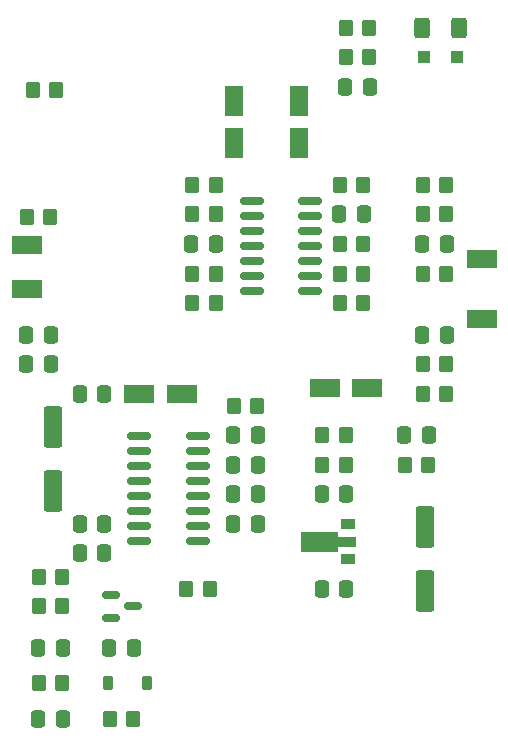
<source format=gbr>
%TF.GenerationSoftware,KiCad,Pcbnew,7.0.1*%
%TF.CreationDate,2023-11-18T18:10:11+02:00*%
%TF.ProjectId,Dille,44696c6c-652e-46b6-9963-61645f706362,rev?*%
%TF.SameCoordinates,Original*%
%TF.FileFunction,Paste,Top*%
%TF.FilePolarity,Positive*%
%FSLAX46Y46*%
G04 Gerber Fmt 4.6, Leading zero omitted, Abs format (unit mm)*
G04 Created by KiCad (PCBNEW 7.0.1) date 2023-11-18 18:10:11*
%MOMM*%
%LPD*%
G01*
G04 APERTURE LIST*
G04 Aperture macros list*
%AMRoundRect*
0 Rectangle with rounded corners*
0 $1 Rounding radius*
0 $2 $3 $4 $5 $6 $7 $8 $9 X,Y pos of 4 corners*
0 Add a 4 corners polygon primitive as box body*
4,1,4,$2,$3,$4,$5,$6,$7,$8,$9,$2,$3,0*
0 Add four circle primitives for the rounded corners*
1,1,$1+$1,$2,$3*
1,1,$1+$1,$4,$5*
1,1,$1+$1,$6,$7*
1,1,$1+$1,$8,$9*
0 Add four rect primitives between the rounded corners*
20,1,$1+$1,$2,$3,$4,$5,0*
20,1,$1+$1,$4,$5,$6,$7,0*
20,1,$1+$1,$6,$7,$8,$9,0*
20,1,$1+$1,$8,$9,$2,$3,0*%
%AMFreePoly0*
4,1,9,3.862500,-0.866500,0.737500,-0.866500,0.737500,-0.450000,-0.737500,-0.450000,-0.737500,0.450000,0.737500,0.450000,0.737500,0.866500,3.862500,0.866500,3.862500,-0.866500,3.862500,-0.866500,$1*%
G04 Aperture macros list end*
%ADD10RoundRect,0.250000X0.337500X0.475000X-0.337500X0.475000X-0.337500X-0.475000X0.337500X-0.475000X0*%
%ADD11R,2.500000X1.500000*%
%ADD12RoundRect,0.250000X0.350000X0.450000X-0.350000X0.450000X-0.350000X-0.450000X0.350000X-0.450000X0*%
%ADD13RoundRect,0.225000X-0.225000X-0.375000X0.225000X-0.375000X0.225000X0.375000X-0.225000X0.375000X0*%
%ADD14RoundRect,0.150000X-0.825000X-0.150000X0.825000X-0.150000X0.825000X0.150000X-0.825000X0.150000X0*%
%ADD15RoundRect,0.150000X-0.850000X-0.150000X0.850000X-0.150000X0.850000X0.150000X-0.850000X0.150000X0*%
%ADD16RoundRect,0.250000X-0.337500X-0.475000X0.337500X-0.475000X0.337500X0.475000X-0.337500X0.475000X0*%
%ADD17RoundRect,0.250000X0.550000X-1.050000X0.550000X1.050000X-0.550000X1.050000X-0.550000X-1.050000X0*%
%ADD18RoundRect,0.250000X-0.350000X-0.450000X0.350000X-0.450000X0.350000X0.450000X-0.350000X0.450000X0*%
%ADD19RoundRect,0.250000X-0.550000X1.500000X-0.550000X-1.500000X0.550000X-1.500000X0.550000X1.500000X0*%
%ADD20RoundRect,0.250000X-0.300000X-0.300000X0.300000X-0.300000X0.300000X0.300000X-0.300000X0.300000X0*%
%ADD21RoundRect,0.250000X-1.050000X-0.550000X1.050000X-0.550000X1.050000X0.550000X-1.050000X0.550000X0*%
%ADD22R,1.300000X0.900000*%
%ADD23FreePoly0,180.000000*%
%ADD24RoundRect,0.150000X-0.587500X-0.150000X0.587500X-0.150000X0.587500X0.150000X-0.587500X0.150000X0*%
%ADD25RoundRect,0.250000X0.400000X0.625000X-0.400000X0.625000X-0.400000X-0.625000X0.400000X-0.625000X0*%
G04 APERTURE END LIST*
D10*
%TO.C,C23*%
X56037500Y-100000000D03*
X53962500Y-100000000D03*
%TD*%
D11*
%TO.C,TP4*%
X49500000Y-80125000D03*
%TD*%
D12*
%TO.C,R6*%
X85000000Y-78810000D03*
X83000000Y-78810000D03*
%TD*%
D13*
%TO.C,D2*%
X56350000Y-113500000D03*
X59650000Y-113500000D03*
%TD*%
D10*
%TO.C,C24*%
X78012500Y-73810000D03*
X75937500Y-73810000D03*
%TD*%
D14*
%TO.C,U2*%
X68525000Y-72690000D03*
X68525000Y-73960000D03*
X68525000Y-75230000D03*
X68525000Y-76500000D03*
X68525000Y-77770000D03*
X68525000Y-79040000D03*
X68525000Y-80310000D03*
X73475000Y-80310000D03*
X73475000Y-79040000D03*
X73475000Y-77770000D03*
X73475000Y-76500000D03*
X73475000Y-75230000D03*
X73475000Y-73960000D03*
X73475000Y-72690000D03*
%TD*%
D15*
%TO.C,U1*%
X59000000Y-92555000D03*
X59000000Y-93825000D03*
X59000000Y-95095000D03*
X59000000Y-96365000D03*
X59000000Y-97635000D03*
X59000000Y-98905000D03*
X59000000Y-100175000D03*
X59000000Y-101445000D03*
X64000000Y-101445000D03*
X64000000Y-100175000D03*
X64000000Y-98905000D03*
X64000000Y-97635000D03*
X64000000Y-96365000D03*
X64000000Y-95095000D03*
X64000000Y-93825000D03*
X64000000Y-92555000D03*
%TD*%
D16*
%TO.C,C13*%
X82962500Y-84000000D03*
X85037500Y-84000000D03*
%TD*%
D17*
%TO.C,C19*%
X67000000Y-67800000D03*
X67000000Y-64200000D03*
%TD*%
D18*
%TO.C,R4*%
X76500000Y-60500000D03*
X78500000Y-60500000D03*
%TD*%
D11*
%TO.C,TP2*%
X88000000Y-77600000D03*
%TD*%
D19*
%TO.C,C20*%
X51750000Y-91800000D03*
X51750000Y-97200000D03*
%TD*%
D12*
%TO.C,R24*%
X77975000Y-78810000D03*
X75975000Y-78810000D03*
%TD*%
D18*
%TO.C,R25*%
X75975000Y-81310000D03*
X77975000Y-81310000D03*
%TD*%
D17*
%TO.C,C25*%
X72500000Y-67800000D03*
X72500000Y-64200000D03*
%TD*%
D16*
%TO.C,C5*%
X76462500Y-63000000D03*
X78537500Y-63000000D03*
%TD*%
D18*
%TO.C,R19*%
X81500000Y-95000000D03*
X83500000Y-95000000D03*
%TD*%
D12*
%TO.C,R22*%
X52000000Y-63250000D03*
X50000000Y-63250000D03*
%TD*%
D19*
%TO.C,C2*%
X83250000Y-100300000D03*
X83250000Y-105700000D03*
%TD*%
D18*
%TO.C,R12*%
X67000000Y-90000000D03*
X69000000Y-90000000D03*
%TD*%
D12*
%TO.C,R21*%
X77975000Y-76310000D03*
X75975000Y-76310000D03*
%TD*%
D20*
%TO.C,D1*%
X83100000Y-60500000D03*
X85900000Y-60500000D03*
%TD*%
D12*
%TO.C,R3*%
X52500000Y-113500000D03*
X50500000Y-113500000D03*
%TD*%
%TO.C,R27*%
X65475000Y-81310000D03*
X63475000Y-81310000D03*
%TD*%
D16*
%TO.C,C7*%
X56462500Y-110500000D03*
X58537500Y-110500000D03*
%TD*%
D21*
%TO.C,C14*%
X74700000Y-88500000D03*
X78300000Y-88500000D03*
%TD*%
D10*
%TO.C,C22*%
X56037500Y-102500000D03*
X53962500Y-102500000D03*
%TD*%
D12*
%TO.C,R11*%
X85000000Y-73810000D03*
X83000000Y-73810000D03*
%TD*%
D16*
%TO.C,C18*%
X66962500Y-100000000D03*
X69037500Y-100000000D03*
%TD*%
D10*
%TO.C,C3*%
X76537500Y-105500000D03*
X74462500Y-105500000D03*
%TD*%
%TO.C,C1*%
X76537500Y-97500000D03*
X74462500Y-97500000D03*
%TD*%
D12*
%TO.C,R18*%
X76500000Y-95000000D03*
X74500000Y-95000000D03*
%TD*%
D11*
%TO.C,TP1*%
X88000000Y-82625000D03*
%TD*%
D12*
%TO.C,R16*%
X85000000Y-89000000D03*
X83000000Y-89000000D03*
%TD*%
%TO.C,R5*%
X52500000Y-104500000D03*
X50500000Y-104500000D03*
%TD*%
D16*
%TO.C,C9*%
X50462500Y-116500000D03*
X52537500Y-116500000D03*
%TD*%
D10*
%TO.C,C12*%
X69037500Y-92500000D03*
X66962500Y-92500000D03*
%TD*%
D22*
%TO.C,U3*%
X76700000Y-103000000D03*
D23*
X76612500Y-101500000D03*
D22*
X76700000Y-100000000D03*
%TD*%
D10*
%TO.C,C4*%
X65512500Y-76310000D03*
X63437500Y-76310000D03*
%TD*%
D12*
%TO.C,R9*%
X58500000Y-116500000D03*
X56500000Y-116500000D03*
%TD*%
D18*
%TO.C,R8*%
X75975000Y-71310000D03*
X77975000Y-71310000D03*
%TD*%
D24*
%TO.C,Q1*%
X56625000Y-106050000D03*
X56625000Y-107950000D03*
X58500000Y-107000000D03*
%TD*%
D16*
%TO.C,C17*%
X66962500Y-97500000D03*
X69037500Y-97500000D03*
%TD*%
D12*
%TO.C,R20*%
X65475000Y-71310000D03*
X63475000Y-71310000D03*
%TD*%
%TO.C,R17*%
X76500000Y-92500000D03*
X74500000Y-92500000D03*
%TD*%
D10*
%TO.C,C26*%
X56037500Y-89000000D03*
X53962500Y-89000000D03*
%TD*%
D16*
%TO.C,C15*%
X81462500Y-92500000D03*
X83537500Y-92500000D03*
%TD*%
D18*
%TO.C,R26*%
X63475000Y-78860000D03*
X65475000Y-78860000D03*
%TD*%
%TO.C,R10*%
X63000000Y-105500000D03*
X65000000Y-105500000D03*
%TD*%
D12*
%TO.C,R2*%
X78500000Y-58000000D03*
X76500000Y-58000000D03*
%TD*%
%TO.C,R7*%
X52500000Y-107000000D03*
X50500000Y-107000000D03*
%TD*%
D25*
%TO.C,R1*%
X86050000Y-58000000D03*
X82950000Y-58000000D03*
%TD*%
D10*
%TO.C,C6*%
X85037500Y-76310000D03*
X82962500Y-76310000D03*
%TD*%
D12*
%TO.C,R13*%
X65475000Y-73810000D03*
X63475000Y-73810000D03*
%TD*%
D16*
%TO.C,C11*%
X49462500Y-86500000D03*
X51537500Y-86500000D03*
%TD*%
D12*
%TO.C,R15*%
X85000000Y-86500000D03*
X83000000Y-86500000D03*
%TD*%
D16*
%TO.C,C8*%
X50462500Y-110500000D03*
X52537500Y-110500000D03*
%TD*%
D12*
%TO.C,R23*%
X51500000Y-74000000D03*
X49500000Y-74000000D03*
%TD*%
D18*
%TO.C,R14*%
X83000000Y-71310000D03*
X85000000Y-71310000D03*
%TD*%
D11*
%TO.C,TP3*%
X49500000Y-76375000D03*
%TD*%
D21*
%TO.C,C21*%
X59000000Y-89000000D03*
X62600000Y-89000000D03*
%TD*%
D16*
%TO.C,C16*%
X66962500Y-95000000D03*
X69037500Y-95000000D03*
%TD*%
D10*
%TO.C,C10*%
X51537500Y-84000000D03*
X49462500Y-84000000D03*
%TD*%
M02*

</source>
